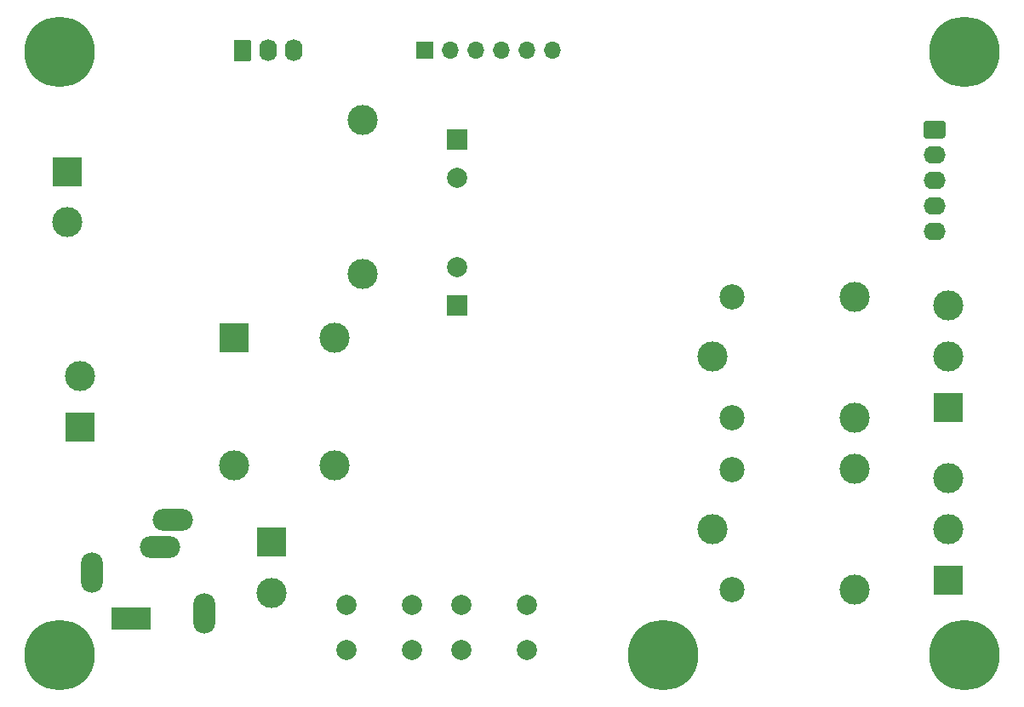
<source format=gbr>
%TF.GenerationSoftware,KiCad,Pcbnew,(5.1.10)-1*%
%TF.CreationDate,2021-10-13T22:05:38-03:00*%
%TF.ProjectId,kicad,6b696361-642e-46b6-9963-61645f706362,rev?*%
%TF.SameCoordinates,Original*%
%TF.FileFunction,Soldermask,Bot*%
%TF.FilePolarity,Negative*%
%FSLAX46Y46*%
G04 Gerber Fmt 4.6, Leading zero omitted, Abs format (unit mm)*
G04 Created by KiCad (PCBNEW (5.1.10)-1) date 2021-10-13 22:05:38*
%MOMM*%
%LPD*%
G01*
G04 APERTURE LIST*
%ADD10C,7.000000*%
%ADD11C,3.000000*%
%ADD12R,3.000000X3.000000*%
%ADD13O,2.200000X4.000000*%
%ADD14O,4.000000X2.200000*%
%ADD15R,4.000000X2.200000*%
%ADD16R,2.000000X2.000000*%
%ADD17C,2.000000*%
%ADD18O,1.740000X2.190000*%
%ADD19O,2.190000X1.740000*%
%ADD20C,2.500000*%
%ADD21O,1.700000X1.700000*%
%ADD22R,1.700000X1.700000*%
G04 APERTURE END LIST*
D10*
%TO.C,REF\u002A\u002A*%
X165000000Y-130000000D03*
%TD*%
%TO.C,REF\u002A\u002A*%
X195000000Y-130000000D03*
%TD*%
%TO.C,REF\u002A\u002A*%
X195000000Y-70000000D03*
%TD*%
%TO.C,REF\u002A\u002A*%
X105000000Y-70000000D03*
%TD*%
%TO.C,REF\u002A\u002A*%
X105000000Y-130000000D03*
%TD*%
D11*
%TO.C,J5*%
X126095000Y-123825000D03*
D12*
X126095000Y-118745000D03*
%TD*%
D11*
%TO.C,J8*%
X193405000Y-112395000D03*
X193405000Y-117475000D03*
D12*
X193405000Y-122555000D03*
%TD*%
D11*
%TO.C,PS1*%
X135175000Y-92115000D03*
X105775000Y-86915000D03*
D12*
X105775000Y-81915000D03*
D11*
X135175000Y-76715000D03*
%TD*%
%TO.C,T1*%
X132365000Y-111125000D03*
X122365000Y-111125000D03*
X132365000Y-98425000D03*
D12*
X122365000Y-98425000D03*
%TD*%
D13*
%TO.C,J4*%
X108225000Y-121765000D03*
D14*
X116225000Y-116565000D03*
X115025000Y-119265000D03*
D13*
X119425000Y-125865000D03*
D15*
X112125000Y-126365000D03*
%TD*%
D11*
%TO.C,J2*%
X107045000Y-102235000D03*
D12*
X107045000Y-107315000D03*
%TD*%
D16*
%TO.C,C8*%
X144510000Y-95245000D03*
D17*
X144510000Y-91445000D03*
%TD*%
D16*
%TO.C,C3*%
X144510000Y-78745000D03*
D17*
X144510000Y-82545000D03*
%TD*%
D18*
%TO.C,J1*%
X128270000Y-69850000D03*
X125730000Y-69850000D03*
G36*
G01*
X122320000Y-70695001D02*
X122320000Y-69004999D01*
G75*
G02*
X122569999Y-68755000I249999J0D01*
G01*
X123810001Y-68755000D01*
G75*
G02*
X124060000Y-69004999I0J-249999D01*
G01*
X124060000Y-70695001D01*
G75*
G02*
X123810001Y-70945000I-249999J0D01*
G01*
X122569999Y-70945000D01*
G75*
G02*
X122320000Y-70695001I0J249999D01*
G01*
G37*
%TD*%
D19*
%TO.C,J3*%
X192024000Y-87884000D03*
X192024000Y-85344000D03*
X192024000Y-82804000D03*
X192024000Y-80264000D03*
G36*
G01*
X191178999Y-76854000D02*
X192869001Y-76854000D01*
G75*
G02*
X193119000Y-77103999I0J-249999D01*
G01*
X193119000Y-78344001D01*
G75*
G02*
X192869001Y-78594000I-249999J0D01*
G01*
X191178999Y-78594000D01*
G75*
G02*
X190929000Y-78344001I0J249999D01*
G01*
X190929000Y-77103999D01*
G75*
G02*
X191178999Y-76854000I249999J0D01*
G01*
G37*
%TD*%
D17*
%TO.C,SW1*%
X151495000Y-125040000D03*
X151495000Y-129540000D03*
X144995000Y-125040000D03*
X144995000Y-129540000D03*
%TD*%
%TO.C,SW2*%
X140065000Y-125040000D03*
X140065000Y-129540000D03*
X133565000Y-125040000D03*
X133565000Y-129540000D03*
%TD*%
D11*
%TO.C,K1*%
X169910000Y-100330000D03*
D20*
X171860000Y-94380000D03*
D11*
X184110000Y-94330000D03*
X184060000Y-106380000D03*
D20*
X171860000Y-106380000D03*
%TD*%
D11*
%TO.C,J7*%
X193405000Y-95250000D03*
X193405000Y-100330000D03*
D12*
X193405000Y-105410000D03*
%TD*%
D21*
%TO.C,J6*%
X154035000Y-69850000D03*
X151495000Y-69850000D03*
X148955000Y-69850000D03*
X146415000Y-69850000D03*
X143875000Y-69850000D03*
D22*
X141335000Y-69850000D03*
%TD*%
D11*
%TO.C,K2*%
X169910000Y-117475000D03*
D20*
X171860000Y-111525000D03*
D11*
X184110000Y-111475000D03*
X184060000Y-123525000D03*
D20*
X171860000Y-123525000D03*
%TD*%
M02*

</source>
